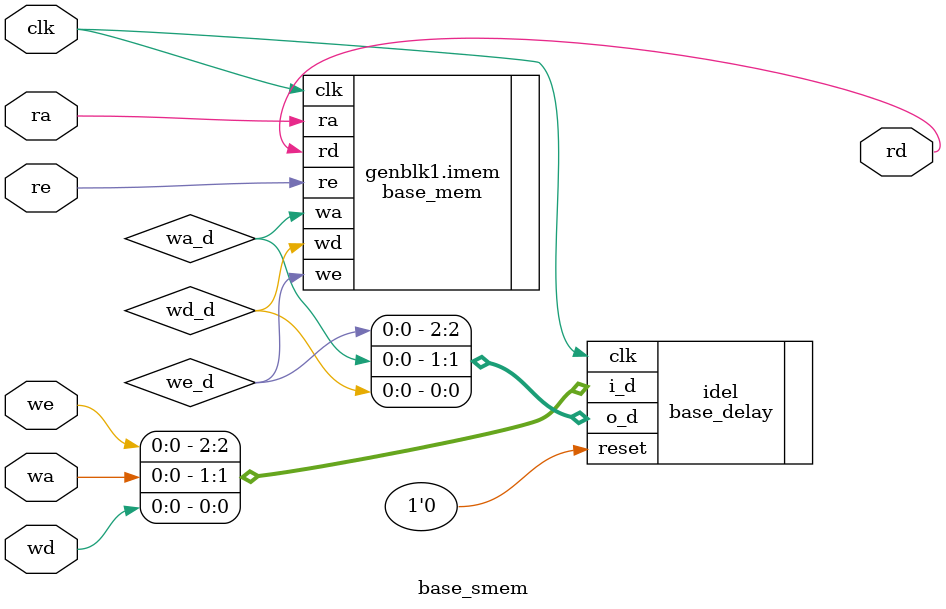
<source format=sv>
/*
 * Copyright 2017 IBM Corporation
 * Licensed to the Apache Software Foundation (ASF) under one
 * or more contributor license agreements.  See the NOTICE file
 * distributed with this work for additional information
 * regarding copyright ownership.  The ASF licenses this file
 * to you under the Apache License, Version 2.0 (the
 * "License"); you may not use this file except in compliance
 * with the License.  You may obtain a copy of the License at
 *
 *     http://www.apache.org/licenses/LICENSE-2.0
 *
 * Unless required by applicable law or agreed to in writing, software
 * distributed under the License is distributed on an "AS IS" BASIS,
 * WITHOUT WARRANTIES OR CONDITIONS OF ANY KIND, either express or implied.
 * See the License for the specific language governing permissions and
 * limitations under the License.
 *
 * Author: Andrew K Martin akmartin@us.ibm.com
 */
 
// split memory for non power-of-2 rams
module base_smem#
  (
   parameter width = 1,
   parameter addr_width = 1,
   parameter depth = 2 ** addr_width,
   parameter wdelay = 0
   )
   (
   input clk,
   input we,
   input [addr_width-1:0] wa,
   input [width-1:0] 	  wd,
   input re,
   input [addr_width-1:0] ra,
   output [width-1:0] 	  rd
    );
   

   wire 		  we_d;
   wire [addr_width-1:0]  wa_d;
   wire [width-1:0] 	  wd_d;

   base_delay#(.width(1+addr_width+width),.n(wdelay)) idel
     (
      .clk(clk),.reset(1'b0),
      .i_d({we,wa,wd}),
      .o_d({we_d,wa_d,wd_d})
      );

   generate
      if (depth == 2**addr_width || addr_width <= 9)
	base_mem#(.width(width),.addr_width(addr_width),.wdelay(0)) imem(.clk(clk),.we(we_d),.wa(wa_d),.wd(wd_d),.re(re),.ra(ra),.rd(rd));
      else
	begin : gen1
	   localparam awidth = $clog2(depth);
	   localparam depth1 = 2**(awidth-1);
	   localparam depth2 = depth-depth1;
	   localparam addr_width1 = awidth-1;
	   localparam addr_width2 = $clog2(depth2);
	   localparam sel_bit = awidth-1;
	   
	   wire we1 = ~wa_d[sel_bit] & we_d;
	   wire we2  = wa_d[sel_bit] & we_d;
	   wire [0:addr_width1-1] wa1 = wa_d[addr_width1-1:0];
	   wire [0:addr_width2-1] wa2 = wa_d[addr_width2-1:0];

	   wire [0:addr_width1-1] ra1 = ra[addr_width1-1:0];
	   wire [0:addr_width2-1] ra2 = ra[addr_width2-1:0];
	   wire [0:width-1] 	  rd1, rd2;
	   
	   wire r_sel;
	   base_vlat_en#(.width(1)) ird_sel_lat(.clk(clk),.reset(1'b0),.din(ra[sel_bit]),.q(r_sel),.enable(re));
	   base_mem#(.width(width),.addr_width(addr_width1),.depth(depth1),.wdelay(0)) imem1(.clk(clk),.we(we1),.wa(wa1),.wd(wd_d),.re(re),.ra(ra1),.rd(rd1));
	   base_mem#(.width(width),.addr_width(addr_width2),.depth(depth2),.wdelay(0)) imem2(.clk(clk),.we(we2),.wa(wa2),.wd(wd_d),.re(re),.ra(ra2),.rd(rd2));
	   assign rd = r_sel ? rd2 : rd1;
	end // block: gen1
   endgenerate
endmodule // base_smem


   
   
		  

</source>
